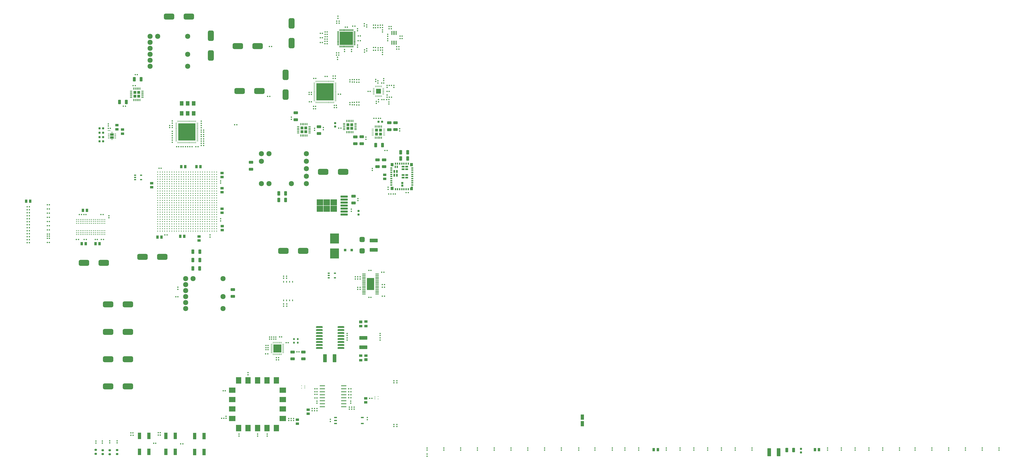
<source format=gbr>
%TF.GenerationSoftware,Altium Limited,Altium Designer,23.11.1 (41)*%
G04 Layer_Color=8421504*
%FSLAX45Y45*%
%MOMM*%
%TF.SameCoordinates,7FD3CD1C-FD77-48D0-A228-DECEEDF328D2*%
%TF.FilePolarity,Positive*%
%TF.FileFunction,Paste,Top*%
%TF.Part,Single*%
G01*
G75*
%TA.AperFunction,SMDPad,CuDef*%
G04:AMPARAMS|DCode=10|XSize=4.4mm|YSize=2.5mm|CornerRadius=0.625mm|HoleSize=0mm|Usage=FLASHONLY|Rotation=0.000|XOffset=0mm|YOffset=0mm|HoleType=Round|Shape=RoundedRectangle|*
%AMROUNDEDRECTD10*
21,1,4.40000,1.25000,0,0,0.0*
21,1,3.15000,2.50000,0,0,0.0*
1,1,1.25000,1.57500,-0.62500*
1,1,1.25000,-1.57500,-0.62500*
1,1,1.25000,-1.57500,0.62500*
1,1,1.25000,1.57500,0.62500*
%
%ADD10ROUNDEDRECTD10*%
G04:AMPARAMS|DCode=11|XSize=1.8034mm|YSize=1.1938mm|CornerRadius=0.20295mm|HoleSize=0mm|Usage=FLASHONLY|Rotation=90.000|XOffset=0mm|YOffset=0mm|HoleType=Round|Shape=RoundedRectangle|*
%AMROUNDEDRECTD11*
21,1,1.80340,0.78791,0,0,90.0*
21,1,1.39751,1.19380,0,0,90.0*
1,1,0.40589,0.39395,0.69875*
1,1,0.40589,0.39395,-0.69875*
1,1,0.40589,-0.39395,-0.69875*
1,1,0.40589,-0.39395,0.69875*
%
%ADD11ROUNDEDRECTD11*%
G04:AMPARAMS|DCode=12|XSize=0.508mm|YSize=0.508mm|CornerRadius=0.1524mm|HoleSize=0mm|Usage=FLASHONLY|Rotation=0.000|XOffset=0mm|YOffset=0mm|HoleType=Round|Shape=RoundedRectangle|*
%AMROUNDEDRECTD12*
21,1,0.50800,0.20320,0,0,0.0*
21,1,0.20320,0.50800,0,0,0.0*
1,1,0.30480,0.10160,-0.10160*
1,1,0.30480,-0.10160,-0.10160*
1,1,0.30480,-0.10160,0.10160*
1,1,0.30480,0.10160,0.10160*
%
%ADD12ROUNDEDRECTD12*%
G04:AMPARAMS|DCode=13|XSize=0.508mm|YSize=0.508mm|CornerRadius=0.1524mm|HoleSize=0mm|Usage=FLASHONLY|Rotation=270.000|XOffset=0mm|YOffset=0mm|HoleType=Round|Shape=RoundedRectangle|*
%AMROUNDEDRECTD13*
21,1,0.50800,0.20320,0,0,270.0*
21,1,0.20320,0.50800,0,0,270.0*
1,1,0.30480,-0.10160,-0.10160*
1,1,0.30480,-0.10160,0.10160*
1,1,0.30480,0.10160,0.10160*
1,1,0.30480,0.10160,-0.10160*
%
%ADD13ROUNDEDRECTD13*%
G04:AMPARAMS|DCode=14|XSize=1.8034mm|YSize=1.1938mm|CornerRadius=0.20295mm|HoleSize=0mm|Usage=FLASHONLY|Rotation=180.000|XOffset=0mm|YOffset=0mm|HoleType=Round|Shape=RoundedRectangle|*
%AMROUNDEDRECTD14*
21,1,1.80340,0.78791,0,0,180.0*
21,1,1.39751,1.19380,0,0,180.0*
1,1,0.40589,-0.69875,0.39395*
1,1,0.40589,0.69875,0.39395*
1,1,0.40589,0.69875,-0.39395*
1,1,0.40589,-0.69875,-0.39395*
%
%ADD14ROUNDEDRECTD14*%
G04:AMPARAMS|DCode=15|XSize=1mm|YSize=0.8mm|CornerRadius=0.2mm|HoleSize=0mm|Usage=FLASHONLY|Rotation=0.000|XOffset=0mm|YOffset=0mm|HoleType=Round|Shape=RoundedRectangle|*
%AMROUNDEDRECTD15*
21,1,1.00000,0.40000,0,0,0.0*
21,1,0.60000,0.80000,0,0,0.0*
1,1,0.40000,0.30000,-0.20000*
1,1,0.40000,-0.30000,-0.20000*
1,1,0.40000,-0.30000,0.20000*
1,1,0.40000,0.30000,0.20000*
%
%ADD15ROUNDEDRECTD15*%
G04:AMPARAMS|DCode=16|XSize=1.397mm|YSize=1.0922mm|CornerRadius=0.20206mm|HoleSize=0mm|Usage=FLASHONLY|Rotation=180.000|XOffset=0mm|YOffset=0mm|HoleType=Round|Shape=RoundedRectangle|*
%AMROUNDEDRECTD16*
21,1,1.39700,0.68809,0,0,180.0*
21,1,0.99289,1.09220,0,0,180.0*
1,1,0.40411,-0.49644,0.34404*
1,1,0.40411,0.49644,0.34404*
1,1,0.40411,0.49644,-0.34404*
1,1,0.40411,-0.49644,-0.34404*
%
%ADD16ROUNDEDRECTD16*%
G04:AMPARAMS|DCode=29|XSize=4.4mm|YSize=2.5mm|CornerRadius=0.625mm|HoleSize=0mm|Usage=FLASHONLY|Rotation=270.000|XOffset=0mm|YOffset=0mm|HoleType=Round|Shape=RoundedRectangle|*
%AMROUNDEDRECTD29*
21,1,4.40000,1.25000,0,0,270.0*
21,1,3.15000,2.50000,0,0,270.0*
1,1,1.25000,-0.62500,-1.57500*
1,1,1.25000,-0.62500,1.57500*
1,1,1.25000,0.62500,1.57500*
1,1,1.25000,0.62500,-1.57500*
%
%ADD29ROUNDEDRECTD29*%
%TA.AperFunction,BGAPad,CuDef*%
%ADD30C,2.15900*%
%TA.AperFunction,SMDPad,CuDef*%
G04:AMPARAMS|DCode=32|XSize=2.26mm|YSize=2.16mm|CornerRadius=0.54mm|HoleSize=0mm|Usage=FLASHONLY|Rotation=180.000|XOffset=0mm|YOffset=0mm|HoleType=Round|Shape=RoundedRectangle|*
%AMROUNDEDRECTD32*
21,1,2.26000,1.08000,0,0,180.0*
21,1,1.18000,2.16000,0,0,180.0*
1,1,1.08000,-0.59000,0.54000*
1,1,1.08000,0.59000,0.54000*
1,1,1.08000,0.59000,-0.54000*
1,1,1.08000,-0.59000,-0.54000*
%
%ADD32ROUNDEDRECTD32*%
G04:AMPARAMS|DCode=34|XSize=0.24mm|YSize=0.6mm|CornerRadius=0.0492mm|HoleSize=0mm|Usage=FLASHONLY|Rotation=90.000|XOffset=0mm|YOffset=0mm|HoleType=Round|Shape=RoundedRectangle|*
%AMROUNDEDRECTD34*
21,1,0.24000,0.50160,0,0,90.0*
21,1,0.14160,0.60000,0,0,90.0*
1,1,0.09840,0.25080,0.07080*
1,1,0.09840,0.25080,-0.07080*
1,1,0.09840,-0.25080,-0.07080*
1,1,0.09840,-0.25080,0.07080*
%
%ADD34ROUNDEDRECTD34*%
G04:AMPARAMS|DCode=36|XSize=0.889mm|YSize=0.8636mm|CornerRadius=0.15113mm|HoleSize=0mm|Usage=FLASHONLY|Rotation=0.000|XOffset=0mm|YOffset=0mm|HoleType=Round|Shape=RoundedRectangle|*
%AMROUNDEDRECTD36*
21,1,0.88900,0.56134,0,0,0.0*
21,1,0.58674,0.86360,0,0,0.0*
1,1,0.30226,0.29337,-0.28067*
1,1,0.30226,-0.29337,-0.28067*
1,1,0.30226,-0.29337,0.28067*
1,1,0.30226,0.29337,0.28067*
%
%ADD36ROUNDEDRECTD36*%
%ADD37R,0.30480X0.45720*%
G04:AMPARAMS|DCode=38|XSize=1.397mm|YSize=1.0922mm|CornerRadius=0.20206mm|HoleSize=0mm|Usage=FLASHONLY|Rotation=270.000|XOffset=0mm|YOffset=0mm|HoleType=Round|Shape=RoundedRectangle|*
%AMROUNDEDRECTD38*
21,1,1.39700,0.68809,0,0,270.0*
21,1,0.99289,1.09220,0,0,270.0*
1,1,0.40411,-0.34404,-0.49644*
1,1,0.40411,-0.34404,0.49644*
1,1,0.40411,0.34404,0.49644*
1,1,0.40411,0.34404,-0.49644*
%
%ADD38ROUNDEDRECTD38*%
%TA.AperFunction,BGAPad,CuDef*%
%ADD39C,0.45000*%
%TA.AperFunction,SMDPad,CuDef*%
%ADD40O,0.44999X0.45000*%
G04:AMPARAMS|DCode=41|XSize=0.4mm|YSize=0.7mm|CornerRadius=0.1mm|HoleSize=0mm|Usage=FLASHONLY|Rotation=180.000|XOffset=0mm|YOffset=0mm|HoleType=Round|Shape=RoundedRectangle|*
%AMROUNDEDRECTD41*
21,1,0.40000,0.50000,0,0,180.0*
21,1,0.20000,0.70000,0,0,180.0*
1,1,0.20000,-0.10000,0.25000*
1,1,0.20000,0.10000,0.25000*
1,1,0.20000,0.10000,-0.25000*
1,1,0.20000,-0.10000,-0.25000*
%
%ADD41ROUNDEDRECTD41*%
G04:AMPARAMS|DCode=45|XSize=0.889mm|YSize=0.8636mm|CornerRadius=0.15113mm|HoleSize=0mm|Usage=FLASHONLY|Rotation=90.000|XOffset=0mm|YOffset=0mm|HoleType=Round|Shape=RoundedRectangle|*
%AMROUNDEDRECTD45*
21,1,0.88900,0.56134,0,0,90.0*
21,1,0.58674,0.86360,0,0,90.0*
1,1,0.30226,0.28067,0.29337*
1,1,0.30226,0.28067,-0.29337*
1,1,0.30226,-0.28067,-0.29337*
1,1,0.30226,-0.28067,0.29337*
%
%ADD45ROUNDEDRECTD45*%
%ADD48O,0.80000X0.23000*%
%ADD49O,0.23000X0.80000*%
%ADD50R,7.40000X7.40000*%
%ADD51O,0.40000X1.80000*%
%ADD52R,7.40000X7.40000*%
%ADD53R,1.35000X2.20000*%
%ADD54R,2.10000X2.10000*%
%ADD55O,0.20000X0.80000*%
%ADD56O,0.80000X0.20000*%
%ADD57O,0.85000X0.28000*%
%ADD58R,5.60000X5.60000*%
%ADD59O,0.28000X0.85000*%
%ADD60O,1.60000X0.30000*%
%ADD62O,2.92100X0.76200*%
%ADD63R,1.40000X1.20000*%
%ADD64R,1.40000X1.00000*%
G04:AMPARAMS|DCode=70|XSize=3.4mm|YSize=3.4mm|CornerRadius=0mm|HoleSize=0mm|Usage=FLASHONLY|Rotation=180.000|XOffset=0mm|YOffset=0mm|HoleType=Round|Shape=RoundedRectangle|*
%AMROUNDEDRECTD70*
21,1,3.40000,3.40000,0,0,180.0*
21,1,3.40000,3.40000,0,0,180.0*
1,1,0.00000,-1.70000,1.70000*
1,1,0.00000,1.70000,1.70000*
1,1,0.00000,1.70000,-1.70000*
1,1,0.00000,-1.70000,-1.70000*
%
%ADD70ROUNDEDRECTD70*%
%ADD71R,0.25000X0.80000*%
%ADD72R,0.80000X0.25000*%
G04:AMPARAMS|DCode=75|XSize=3.06mm|YSize=0.89mm|CornerRadius=0.2225mm|HoleSize=0mm|Usage=FLASHONLY|Rotation=180.000|XOffset=0mm|YOffset=0mm|HoleType=Round|Shape=RoundedRectangle|*
%AMROUNDEDRECTD75*
21,1,3.06000,0.44500,0,0,180.0*
21,1,2.61500,0.89000,0,0,180.0*
1,1,0.44500,-1.30750,0.22250*
1,1,0.44500,1.30750,0.22250*
1,1,0.44500,1.30750,-0.22250*
1,1,0.44500,-1.30750,-0.22250*
%
%ADD75ROUNDEDRECTD75*%
%ADD79R,3.81000X4.24180*%
%TA.AperFunction,NonConductor*%
%ADD124R,3.09997X5.16001*%
%ADD211R,1.23998X1.47000*%
%ADD212R,1.28001X0.80000*%
%ADD213R,0.73000X1.28001*%
%ADD214R,0.85004X0.84999*%
%ADD215R,0.50002X1.03998*%
%ADD216R,1.29997X1.29997*%
%ADD217R,1.29997X1.30002*%
%ADD218R,1.30002X1.30002*%
%ADD219R,1.30002X1.29997*%
%ADD220R,2.71003X2.57500*%
%ADD221R,2.70998X2.57500*%
%TA.AperFunction,SMDPad,CuDef*%
%ADD222R,0.90000X0.55000*%
%ADD223R,0.55000X0.90000*%
G04:AMPARAMS|DCode=224|XSize=0.3mm|YSize=0.95mm|CornerRadius=0.0625mm|HoleSize=0mm|Usage=FLASHONLY|Rotation=90.000|XOffset=0mm|YOffset=0mm|HoleType=Round|Shape=RoundedRectangle|*
%AMROUNDEDRECTD224*
21,1,0.30000,0.82500,0,0,90.0*
21,1,0.17500,0.95000,0,0,90.0*
1,1,0.12499,0.41250,0.08750*
1,1,0.12499,0.41250,-0.08750*
1,1,0.12499,-0.41250,-0.08750*
1,1,0.12499,-0.41250,0.08750*
%
%ADD224ROUNDEDRECTD224*%
G04:AMPARAMS|DCode=225|XSize=0.3mm|YSize=0.95mm|CornerRadius=0.0625mm|HoleSize=0mm|Usage=FLASHONLY|Rotation=0.000|XOffset=0mm|YOffset=0mm|HoleType=Round|Shape=RoundedRectangle|*
%AMROUNDEDRECTD225*
21,1,0.30000,0.82500,0,0,0.0*
21,1,0.17500,0.95000,0,0,0.0*
1,1,0.12499,0.08750,-0.41250*
1,1,0.12499,-0.08750,-0.41250*
1,1,0.12499,-0.08750,0.41250*
1,1,0.12499,0.08750,0.41250*
%
%ADD225ROUNDEDRECTD225*%
%ADD226R,0.95000X0.50000*%
%ADD227R,1.50000X1.90000*%
G04:AMPARAMS|DCode=228|XSize=0.9mm|YSize=0.25mm|CornerRadius=0.05mm|HoleSize=0mm|Usage=FLASHONLY|Rotation=180.000|XOffset=0mm|YOffset=0mm|HoleType=Round|Shape=RoundedRectangle|*
%AMROUNDEDRECTD228*
21,1,0.90000,0.15000,0,0,180.0*
21,1,0.80000,0.25000,0,0,180.0*
1,1,0.10000,-0.40000,0.07500*
1,1,0.10000,0.40000,0.07500*
1,1,0.10000,0.40000,-0.07500*
1,1,0.10000,-0.40000,-0.07500*
%
%ADD228ROUNDEDRECTD228*%
G04:AMPARAMS|DCode=229|XSize=1.55mm|YSize=3.45mm|CornerRadius=0.175mm|HoleSize=0mm|Usage=FLASHONLY|Rotation=0.000|XOffset=0mm|YOffset=0mm|HoleType=Round|Shape=RoundedRectangle|*
%AMROUNDEDRECTD229*
21,1,1.55000,3.10000,0,0,0.0*
21,1,1.20000,3.45000,0,0,0.0*
1,1,0.35000,0.60000,-1.55000*
1,1,0.35000,-0.60000,-1.55000*
1,1,0.35000,-0.60000,1.55000*
1,1,0.35000,0.60000,1.55000*
%
%ADD229ROUNDEDRECTD229*%
%ADD230R,1.35000X2.70000*%
G04:AMPARAMS|DCode=231|XSize=0.25mm|YSize=0.4mm|CornerRadius=0.05mm|HoleSize=0mm|Usage=FLASHONLY|Rotation=90.000|XOffset=0mm|YOffset=0mm|HoleType=Round|Shape=RoundedRectangle|*
%AMROUNDEDRECTD231*
21,1,0.25000,0.30000,0,0,90.0*
21,1,0.15000,0.40000,0,0,90.0*
1,1,0.10000,0.15000,0.07500*
1,1,0.10000,0.15000,-0.07500*
1,1,0.10000,-0.15000,-0.07500*
1,1,0.10000,-0.15000,0.07500*
%
%ADD231ROUNDEDRECTD231*%
%ADD232R,2.25000X2.75000*%
%ADD233R,2.75000X2.25000*%
%ADD234R,1.28000X0.50000*%
G04:AMPARAMS|DCode=235|XSize=1.55mm|YSize=3.45mm|CornerRadius=0.175mm|HoleSize=0mm|Usage=FLASHONLY|Rotation=270.000|XOffset=0mm|YOffset=0mm|HoleType=Round|Shape=RoundedRectangle|*
%AMROUNDEDRECTD235*
21,1,1.55000,3.10000,0,0,270.0*
21,1,1.20000,3.45000,0,0,270.0*
1,1,0.35000,-1.55000,-0.60000*
1,1,0.35000,-1.55000,0.60000*
1,1,0.35000,1.55000,0.60000*
1,1,0.35000,1.55000,-0.60000*
%
%ADD235ROUNDEDRECTD235*%
G04:AMPARAMS|DCode=236|XSize=0.6mm|YSize=0.8mm|CornerRadius=0.1375mm|HoleSize=0mm|Usage=FLASHONLY|Rotation=180.000|XOffset=0mm|YOffset=0mm|HoleType=Round|Shape=RoundedRectangle|*
%AMROUNDEDRECTD236*
21,1,0.60000,0.52500,0,0,180.0*
21,1,0.32500,0.80000,0,0,180.0*
1,1,0.27500,-0.16250,0.26250*
1,1,0.27500,0.16250,0.26250*
1,1,0.27500,0.16250,-0.26250*
1,1,0.27500,-0.16250,-0.26250*
%
%ADD236ROUNDEDRECTD236*%
%ADD237R,2.19900X0.45900*%
G04:AMPARAMS|DCode=238|XSize=1.1mm|YSize=1.1mm|CornerRadius=0.13mm|HoleSize=0mm|Usage=FLASHONLY|Rotation=270.000|XOffset=0mm|YOffset=0mm|HoleType=Round|Shape=RoundedRectangle|*
%AMROUNDEDRECTD238*
21,1,1.10000,0.84000,0,0,270.0*
21,1,0.84000,1.10000,0,0,270.0*
1,1,0.26000,-0.42000,-0.42000*
1,1,0.26000,-0.42000,0.42000*
1,1,0.26000,0.42000,0.42000*
1,1,0.26000,0.42000,-0.42000*
%
%ADD238ROUNDEDRECTD238*%
G04:AMPARAMS|DCode=239|XSize=1.1mm|YSize=1.1mm|CornerRadius=0.25mm|HoleSize=0mm|Usage=FLASHONLY|Rotation=270.000|XOffset=0mm|YOffset=0mm|HoleType=Round|Shape=RoundedRectangle|*
%AMROUNDEDRECTD239*
21,1,1.10000,0.60000,0,0,270.0*
21,1,0.60000,1.10000,0,0,270.0*
1,1,0.50000,-0.30000,-0.30000*
1,1,0.50000,-0.30000,0.30000*
1,1,0.50000,0.30000,0.30000*
1,1,0.50000,0.30000,-0.30000*
%
%ADD239ROUNDEDRECTD239*%
G36*
X6856126Y13951799D02*
X6871121Y13951794D01*
X6871123Y13951794D01*
X6872118Y13951797D01*
X6873957Y13951039D01*
X6875365Y13949634D01*
X6876128Y13947797D01*
Y13946802D01*
X6876133Y13922807D01*
X6876133Y13922807D01*
X6876134Y13921809D01*
X6875372Y13919966D01*
X6873961Y13918555D01*
X6872118Y13917792D01*
X6871120Y13917793D01*
X6856120Y13917793D01*
X6856120Y13917795D01*
X6855125Y13917796D01*
X6853289Y13918562D01*
X6851883Y13919971D01*
X6851123Y13921809D01*
X6851123Y13922804D01*
X6851124Y13946799D01*
X6851124D01*
X6851124Y13947794D01*
X6851885Y13949631D01*
X6853293Y13951038D01*
X6855131Y13951799D01*
X6856126Y13951799D01*
D02*
G37*
G36*
X6806126D02*
X6821121Y13951794D01*
X6821123Y13951794D01*
X6822117Y13951797D01*
X6823957Y13951039D01*
X6825365Y13949634D01*
X6826127Y13947797D01*
Y13946802D01*
X6826133Y13922807D01*
X6826132Y13922807D01*
X6826134Y13921809D01*
X6825372Y13919966D01*
X6823961Y13918555D01*
X6822117Y13917792D01*
X6821120Y13917793D01*
X6806119Y13917793D01*
X6806120Y13917795D01*
X6805125Y13917796D01*
X6803288Y13918562D01*
X6801883Y13919971D01*
X6801123Y13921809D01*
X6801122Y13922804D01*
X6801124Y13946799D01*
X6801124D01*
X6801124Y13947794D01*
X6801885Y13949631D01*
X6803292Y13951038D01*
X6805131Y13951799D01*
X6806126Y13951799D01*
D02*
G37*
G36*
X6903614Y13897803D02*
X6905602Y13897803D01*
X6909277Y13896283D01*
X6912090Y13893472D01*
X6913613Y13889799D01*
X6913614Y13887811D01*
X6913617Y13801790D01*
X6913616Y13801790D01*
X6913615Y13799803D01*
X6912094Y13796132D01*
X6909284Y13793323D01*
X6905613Y13791800D01*
X6903626Y13791798D01*
X6773621Y13791794D01*
X6773620Y13791794D01*
X6771631Y13791795D01*
X6767956Y13793317D01*
X6765143Y13796130D01*
X6763621Y13799806D01*
X6763620Y13801794D01*
X6763617Y13887790D01*
Y13887788D01*
X6763615Y13889780D01*
X6765136Y13893462D01*
X6767952Y13896277D01*
X6771632Y13897800D01*
X6773623Y13897797D01*
X6903614Y13897803D01*
X6903614Y13897803D01*
D02*
G37*
G36*
X6903627Y13771799D02*
X6905616Y13771799D01*
X6909291Y13770276D01*
X6912104Y13767464D01*
X6913626Y13763788D01*
X6913627Y13761798D01*
X6913630Y13675803D01*
X6913630Y13675804D01*
X6913632Y13673813D01*
X6912111Y13670132D01*
X6909295Y13667316D01*
X6905615Y13665793D01*
X6903623Y13665796D01*
X6773633Y13665790D01*
X6773633Y13665791D01*
X6771645Y13665790D01*
X6767970Y13667310D01*
X6765157Y13670120D01*
X6763634Y13673795D01*
X6763633Y13675781D01*
X6763631Y13761803D01*
X6763631D01*
X6763632Y13763789D01*
X6765153Y13767461D01*
X6767963Y13770271D01*
X6771634Y13771793D01*
X6773621Y13771794D01*
X6903626Y13771799D01*
X6903627Y13771799D01*
D02*
G37*
G36*
X6856127Y13645799D02*
X6871128Y13645799D01*
X6871127Y13645798D01*
X6872122Y13645796D01*
X6873959Y13645030D01*
X6875364Y13643622D01*
X6876124Y13641783D01*
X6876125Y13640788D01*
X6876124Y13616795D01*
X6876123Y13616795D01*
X6876123Y13615800D01*
X6875362Y13613962D01*
X6873955Y13612555D01*
X6872116Y13611794D01*
X6871121Y13611794D01*
X6856126Y13611800D01*
X6856124Y13611800D01*
X6855130Y13611797D01*
X6853290Y13612553D01*
X6851882Y13613959D01*
X6851120Y13615797D01*
Y13616791D01*
X6851115Y13640787D01*
Y13640787D01*
X6851113Y13641783D01*
X6851875Y13643626D01*
X6853286Y13645038D01*
X6855130Y13645801D01*
X6856127Y13645799D01*
D02*
G37*
G36*
X6806127D02*
X6821128Y13645799D01*
X6821127Y13645798D01*
X6822122Y13645796D01*
X6823958Y13645030D01*
X6825364Y13643622D01*
X6826124Y13641783D01*
X6826124Y13640788D01*
X6826123Y13616795D01*
X6826122Y13616795D01*
X6826123Y13615800D01*
X6825362Y13613962D01*
X6823954Y13612555D01*
X6822116Y13611794D01*
X6821121Y13611794D01*
X6806126Y13611800D01*
X6806124Y13611800D01*
X6805129Y13611797D01*
X6803290Y13612553D01*
X6801882Y13613959D01*
X6801119Y13615797D01*
Y13616791D01*
X6801114Y13640787D01*
Y13640787D01*
X6801113Y13641783D01*
X6801875Y13643626D01*
X6803286Y13645038D01*
X6805129Y13645801D01*
X6806127Y13645799D01*
D02*
G37*
G36*
X19591190Y11485759D02*
X19467189D01*
Y11563759D01*
Y11573759D01*
X19519189Y11632759D01*
X19591190D01*
Y11485759D01*
D02*
G37*
G36*
X13994296Y4832196D02*
X13907297D01*
Y4919196D01*
X13994296D01*
Y4832196D01*
D02*
G37*
G36*
X13887296D02*
X13800296D01*
Y4919196D01*
X13887296D01*
Y4832196D01*
D02*
G37*
G36*
X13780296D02*
X13693295D01*
Y4919196D01*
X13780296D01*
Y4832196D01*
D02*
G37*
G36*
X13994296Y4725196D02*
X13907297D01*
Y4812196D01*
X13994296D01*
Y4725196D01*
D02*
G37*
G36*
X13887296D02*
X13800296D01*
Y4812196D01*
X13887296D01*
Y4725196D01*
D02*
G37*
G36*
X13780296D02*
X13693295D01*
Y4812196D01*
X13780296D01*
Y4725196D01*
D02*
G37*
G36*
X13994296Y4618196D02*
X13907297D01*
Y4705196D01*
X13994296D01*
Y4618196D01*
D02*
G37*
G36*
X13887296D02*
X13800296D01*
Y4705196D01*
X13887296D01*
Y4618196D01*
D02*
G37*
G36*
X13780296D02*
X13693295D01*
Y4705196D01*
X13780296D01*
Y4618196D01*
D02*
G37*
D10*
X6671655Y6637545D02*
D03*
X7511654D02*
D03*
Y4313445D02*
D03*
X6671655D02*
D03*
X7511654Y3157745D02*
D03*
X6671655D02*
D03*
X6677492Y5471809D02*
D03*
X7517490D02*
D03*
X12170631Y17595506D02*
D03*
X13010634D02*
D03*
X8968642Y8650370D02*
D03*
X8128639D02*
D03*
X6491401Y8401102D02*
D03*
X5651402D02*
D03*
X9260159Y18849026D02*
D03*
X10100157D02*
D03*
X14942821Y8905240D02*
D03*
X14102821D02*
D03*
X15788091Y12265363D02*
D03*
X16628094D02*
D03*
X12247427Y15687041D02*
D03*
X13087431D02*
D03*
D11*
X14195621Y11069602D02*
D03*
X13906061D02*
D03*
X8076450Y16193639D02*
D03*
X7786890D02*
D03*
X18303726Y13391927D02*
D03*
X18014166D02*
D03*
X10268381Y8876082D02*
D03*
X10557941D02*
D03*
X10265841Y8162342D02*
D03*
X10555401D02*
D03*
X10268381Y8520482D02*
D03*
X10557941D02*
D03*
X7446325Y15226576D02*
D03*
X7156765D02*
D03*
X14195621Y11344602D02*
D03*
X13906061D02*
D03*
X19362846Y12827292D02*
D03*
X19073286D02*
D03*
X19362846Y13091476D02*
D03*
X19073286D02*
D03*
X35716299Y458560D02*
D03*
X35426740D02*
D03*
D12*
X15419395Y14108057D02*
D03*
Y14019157D02*
D03*
X17244060Y18332449D02*
D03*
Y18243550D02*
D03*
X20186652Y285751D02*
D03*
Y196851D02*
D03*
X15793719Y14139453D02*
D03*
Y14050552D02*
D03*
X17259274Y11039232D02*
D03*
Y11128132D02*
D03*
X17872588Y12319709D02*
D03*
Y12408609D02*
D03*
X6684002Y14206944D02*
D03*
Y14295844D02*
D03*
X6707300Y10312451D02*
D03*
Y10401351D02*
D03*
X11439736Y11873282D02*
D03*
Y11784382D02*
D03*
X11441861Y10269272D02*
D03*
Y10180372D02*
D03*
X10991011Y9584648D02*
D03*
Y9495748D02*
D03*
X9630415Y7366452D02*
D03*
Y7277552D02*
D03*
X14442232Y14490471D02*
D03*
Y14579372D02*
D03*
X19032291Y14000880D02*
D03*
Y14089781D02*
D03*
X18538205Y11516309D02*
D03*
Y11605209D02*
D03*
X27298740Y543650D02*
D03*
Y454750D02*
D03*
X26612939Y543650D02*
D03*
Y454750D02*
D03*
X25876340Y543650D02*
D03*
Y454750D02*
D03*
X25165140Y543650D02*
D03*
Y454750D02*
D03*
X24453940Y543650D02*
D03*
Y454750D02*
D03*
X23742740Y543650D02*
D03*
Y454750D02*
D03*
X23031540Y543650D02*
D03*
Y454750D02*
D03*
X22320340Y543650D02*
D03*
Y454750D02*
D03*
X21609140Y543650D02*
D03*
Y454750D02*
D03*
X20897940Y543650D02*
D03*
Y454750D02*
D03*
X20186740Y543650D02*
D03*
Y454750D02*
D03*
X33951001Y543650D02*
D03*
Y454750D02*
D03*
X33239801Y543650D02*
D03*
Y454750D02*
D03*
X32655600Y543650D02*
D03*
Y454750D02*
D03*
X32071399Y543650D02*
D03*
Y454750D02*
D03*
X31487201Y543650D02*
D03*
Y454750D02*
D03*
X30903000Y543650D02*
D03*
Y454750D02*
D03*
X30321341Y543650D02*
D03*
Y454750D02*
D03*
X29152939Y543650D02*
D03*
Y454750D02*
D03*
X28568741Y543650D02*
D03*
Y454750D02*
D03*
X28035339Y543650D02*
D03*
Y454750D02*
D03*
X44418341D02*
D03*
Y543650D02*
D03*
X43707141Y454750D02*
D03*
Y543650D02*
D03*
X42995941Y454750D02*
D03*
Y543650D02*
D03*
X42284741Y454750D02*
D03*
Y543650D02*
D03*
X41573541Y454750D02*
D03*
Y543650D02*
D03*
X40862341Y454750D02*
D03*
Y543650D02*
D03*
X40201941Y454750D02*
D03*
Y543650D02*
D03*
X39490741Y454750D02*
D03*
Y543650D02*
D03*
X38906540Y454750D02*
D03*
Y543650D02*
D03*
X38322339Y454750D02*
D03*
Y543650D02*
D03*
X37740680Y454750D02*
D03*
Y543650D02*
D03*
X37156479Y454750D02*
D03*
Y543650D02*
D03*
X14237180Y7833589D02*
D03*
Y7744689D02*
D03*
X14107637Y6566129D02*
D03*
Y6655029D02*
D03*
Y7744494D02*
D03*
Y7833394D02*
D03*
X14242261Y6655223D02*
D03*
Y6566323D02*
D03*
X10718815Y13568269D02*
D03*
Y13657169D02*
D03*
Y13380309D02*
D03*
Y13469209D02*
D03*
X9286255Y14226129D02*
D03*
Y14137228D02*
D03*
X10619755Y13944189D02*
D03*
Y14033089D02*
D03*
X10721355Y13944189D02*
D03*
Y14033089D02*
D03*
X10619755Y13756229D02*
D03*
Y13845129D02*
D03*
X10721355Y13756229D02*
D03*
Y13845129D02*
D03*
X10619755Y13380309D02*
D03*
Y13469209D02*
D03*
Y13568269D02*
D03*
Y13657169D02*
D03*
X9390395Y14228642D02*
D03*
Y14139743D02*
D03*
X10622295Y14411549D02*
D03*
Y14322649D02*
D03*
X10619755Y14223563D02*
D03*
Y14134663D02*
D03*
X9390395Y13514929D02*
D03*
Y13603828D02*
D03*
Y13702888D02*
D03*
Y13791789D02*
D03*
X9391665Y14416629D02*
D03*
Y14327728D02*
D03*
X9390395Y13890849D02*
D03*
Y13979749D02*
D03*
X17242899Y17552670D02*
D03*
Y17641570D02*
D03*
X18524220Y18098770D02*
D03*
Y18009869D02*
D03*
X18524219Y17821910D02*
D03*
Y17910809D02*
D03*
X18008575Y16094710D02*
D03*
Y16183611D02*
D03*
X18033975Y15253970D02*
D03*
Y15165070D02*
D03*
X18107660Y16029877D02*
D03*
Y16118776D02*
D03*
X18133060Y15236189D02*
D03*
Y15325090D02*
D03*
X15289992Y15543530D02*
D03*
Y15632430D02*
D03*
X15190907Y15543530D02*
D03*
Y15632430D02*
D03*
X16695421Y17366248D02*
D03*
Y17455147D02*
D03*
X16990764Y17366248D02*
D03*
Y17455147D02*
D03*
X18353897Y16128961D02*
D03*
Y16217860D02*
D03*
X18492561Y15839729D02*
D03*
Y15928629D02*
D03*
X18779633Y15927342D02*
D03*
Y15838441D02*
D03*
X18492561Y15519402D02*
D03*
Y15430501D02*
D03*
X18569940Y15226518D02*
D03*
Y15137617D02*
D03*
X16919130Y15202592D02*
D03*
Y15113693D02*
D03*
X16918608Y16166103D02*
D03*
Y16077202D02*
D03*
X18301028Y17331052D02*
D03*
Y17242151D02*
D03*
X18301065Y18284982D02*
D03*
Y18196082D02*
D03*
X17634171Y17393631D02*
D03*
Y17482532D02*
D03*
X17534909Y17343634D02*
D03*
Y17432533D02*
D03*
X18108998Y18384303D02*
D03*
Y18473203D02*
D03*
X18114848Y17429123D02*
D03*
Y17518024D02*
D03*
X17631630Y18492834D02*
D03*
Y18403935D02*
D03*
X17532368Y18542838D02*
D03*
Y18453937D02*
D03*
X16397842Y17028711D02*
D03*
Y17117612D02*
D03*
X16411322Y18861591D02*
D03*
Y18772690D02*
D03*
X16364984Y18655009D02*
D03*
Y18566110D02*
D03*
X16464983Y18655009D02*
D03*
Y18566110D02*
D03*
X16449092Y17218239D02*
D03*
Y17307140D02*
D03*
X16350006Y17218239D02*
D03*
Y17307140D02*
D03*
X17145000Y7804150D02*
D03*
Y7715250D02*
D03*
X17246600Y7804150D02*
D03*
Y7715250D02*
D03*
X17348199D02*
D03*
Y7804150D02*
D03*
Y7359650D02*
D03*
Y7270750D02*
D03*
X17246600Y7359650D02*
D03*
Y7270750D02*
D03*
X18199100Y5403850D02*
D03*
Y5314950D02*
D03*
X18199101Y5124450D02*
D03*
Y5213350D02*
D03*
X12217400Y1047750D02*
D03*
Y1136650D02*
D03*
X13004800Y1047750D02*
D03*
Y1136650D02*
D03*
X12598400Y3740150D02*
D03*
Y3651250D02*
D03*
X11671300Y1892300D02*
D03*
Y1803400D02*
D03*
X14528799Y1708150D02*
D03*
Y1797050D02*
D03*
X14427200D02*
D03*
Y1708150D02*
D03*
X14325600D02*
D03*
Y1797050D02*
D03*
X15417799Y2127250D02*
D03*
Y2216150D02*
D03*
X15519400D02*
D03*
Y2127250D02*
D03*
X15316200D02*
D03*
Y2216150D02*
D03*
X17653000Y1835150D02*
D03*
Y1746250D02*
D03*
X17094200Y2190750D02*
D03*
Y2279650D02*
D03*
X16992599Y2190750D02*
D03*
Y2279650D02*
D03*
X16090900Y1758950D02*
D03*
Y1670050D02*
D03*
X16891000Y2279650D02*
D03*
Y2190750D02*
D03*
X18910300Y3397250D02*
D03*
Y3308350D02*
D03*
X18783299D02*
D03*
Y3397250D02*
D03*
X15519400Y2444750D02*
D03*
Y2533650D02*
D03*
X13411200Y1047750D02*
D03*
Y1136650D02*
D03*
X16954500Y2444750D02*
D03*
Y2533650D02*
D03*
X18783299Y1454150D02*
D03*
Y1543050D02*
D03*
X18910300D02*
D03*
Y1454150D02*
D03*
X13690601Y5251450D02*
D03*
Y5162550D02*
D03*
X13601701D02*
D03*
Y5251450D02*
D03*
X13779501Y5162550D02*
D03*
Y5251450D02*
D03*
X13512801D02*
D03*
Y5162550D02*
D03*
X13804900Y4375150D02*
D03*
Y4286250D02*
D03*
X13893799D02*
D03*
Y4375150D02*
D03*
X16802100Y5124450D02*
D03*
Y5213350D02*
D03*
X16802101Y5403850D02*
D03*
Y5314950D02*
D03*
X17601167Y13732455D02*
D03*
Y13643556D02*
D03*
X16979900Y10674349D02*
D03*
Y10585449D02*
D03*
X6744542Y760811D02*
D03*
Y849711D02*
D03*
X7060071Y759765D02*
D03*
Y848665D02*
D03*
X6159467Y751464D02*
D03*
Y840364D02*
D03*
X6428508Y754169D02*
D03*
Y843069D02*
D03*
D13*
X16722090Y18399760D02*
D03*
X16810989D02*
D03*
X17039590Y18441919D02*
D03*
X17128490D02*
D03*
X7912389Y16383437D02*
D03*
X7823489D02*
D03*
X18490936Y13166417D02*
D03*
X18402037D02*
D03*
X13347701Y4536283D02*
D03*
X13436600D02*
D03*
X6772684Y14107858D02*
D03*
X6683784D02*
D03*
X6370752Y10445804D02*
D03*
X6459652D02*
D03*
X5418252Y9391701D02*
D03*
X5329352D02*
D03*
X6129452Y9391704D02*
D03*
X6218352D02*
D03*
X6478701Y9391705D02*
D03*
X6389801D02*
D03*
X5659550Y9391701D02*
D03*
X5748450D02*
D03*
X3335450Y9760001D02*
D03*
X3246550D02*
D03*
X3335450Y9887001D02*
D03*
X3246550D02*
D03*
X3335450Y9379001D02*
D03*
X3246550D02*
D03*
X3335450Y9252001D02*
D03*
X3246550D02*
D03*
X3335450Y9633001D02*
D03*
X3246550D02*
D03*
X3246551Y9506002D02*
D03*
X3335451D02*
D03*
X3335450Y10268001D02*
D03*
X3246550D02*
D03*
X3335450Y10522001D02*
D03*
X3246550D02*
D03*
Y10395001D02*
D03*
X3335450D02*
D03*
Y10776001D02*
D03*
X3246550D02*
D03*
X3335450Y10649001D02*
D03*
X3246550D02*
D03*
X3335450Y10141001D02*
D03*
X3246550D02*
D03*
X3335450Y10014001D02*
D03*
X3246550D02*
D03*
X4186350Y9531401D02*
D03*
X4097450D02*
D03*
X4186350Y9798101D02*
D03*
X4097450D02*
D03*
X4186350Y9975901D02*
D03*
X4097450D02*
D03*
X4186350Y9442501D02*
D03*
X4097450D02*
D03*
Y10153701D02*
D03*
X4186350D02*
D03*
Y10509301D02*
D03*
X4097450D02*
D03*
X4186350Y9264701D02*
D03*
X4097450D02*
D03*
X4188282Y10864944D02*
D03*
X4099382D02*
D03*
X4097450Y10687101D02*
D03*
X4186350D02*
D03*
X4097450Y10331501D02*
D03*
X4186350D02*
D03*
Y9620301D02*
D03*
X4097450D02*
D03*
X5456352Y10445804D02*
D03*
X5545252D02*
D03*
X5646850D02*
D03*
X5735750D02*
D03*
X8920911Y12416842D02*
D03*
X8832011D02*
D03*
X9081926Y9584527D02*
D03*
X9170826D02*
D03*
X9630415Y6958782D02*
D03*
X9541515D02*
D03*
X9665985Y13330779D02*
D03*
X9577085D02*
D03*
X7410348Y15044241D02*
D03*
X7321448D02*
D03*
X12127230Y14257021D02*
D03*
X12038330D02*
D03*
X18027386Y14528897D02*
D03*
X17938487D02*
D03*
X18217886D02*
D03*
X18128987D02*
D03*
X18653638Y11322759D02*
D03*
X18564738D02*
D03*
X18844138D02*
D03*
X18755238D02*
D03*
X19300287Y11377369D02*
D03*
X19389188D02*
D03*
X8799281Y1091071D02*
D03*
X8888181D02*
D03*
X8799281Y1192668D02*
D03*
X8888181D02*
D03*
X7641041Y1085991D02*
D03*
X7729941D02*
D03*
X7638501Y1187588D02*
D03*
X7727401D02*
D03*
X8603701Y743091D02*
D03*
X8692601D02*
D03*
X9749241Y725311D02*
D03*
X9838141D02*
D03*
X10481325Y13330779D02*
D03*
X10392425D02*
D03*
X10141041D02*
D03*
X10229941D02*
D03*
X9765071D02*
D03*
X9853971D02*
D03*
X10041956D02*
D03*
X9953056D02*
D03*
X17362170Y18023840D02*
D03*
X17273270D02*
D03*
X17359630Y17820641D02*
D03*
X17270731D02*
D03*
X18667731Y18428902D02*
D03*
X18578830D02*
D03*
X18581371Y18329816D02*
D03*
X18670270D02*
D03*
X18903951Y17470119D02*
D03*
X18992850D02*
D03*
X19131915Y18018784D02*
D03*
X19043016D02*
D03*
X19132550Y17919699D02*
D03*
X19043649D02*
D03*
X18992850Y17569180D02*
D03*
X18903951D02*
D03*
X18581461Y15674339D02*
D03*
X18492561D02*
D03*
X17776190D02*
D03*
X17687289D02*
D03*
X16429265Y15557574D02*
D03*
X16518166D02*
D03*
X15289992Y15234920D02*
D03*
X15201093D02*
D03*
X16347440Y15082520D02*
D03*
X16258540D02*
D03*
X16348711Y14983435D02*
D03*
X16259810D02*
D03*
X16300450Y16321063D02*
D03*
X16211549D02*
D03*
X15867767Y16304691D02*
D03*
X15956668D02*
D03*
X16297910Y16221979D02*
D03*
X16209010D02*
D03*
X13434566Y15458440D02*
D03*
X13523465D02*
D03*
X15383510Y16221979D02*
D03*
X15472411D02*
D03*
X15375890Y15035205D02*
D03*
X15464790D02*
D03*
X15375890Y14936119D02*
D03*
X15464790D02*
D03*
X18263327Y16029877D02*
D03*
X18352226D02*
D03*
X18591647Y15927342D02*
D03*
X18680547D02*
D03*
X18591647Y15430501D02*
D03*
X18680547D02*
D03*
X18481039Y15325604D02*
D03*
X18569940D02*
D03*
X18274757D02*
D03*
X18363657D02*
D03*
X17211148Y15214046D02*
D03*
X17300047D02*
D03*
X17211148Y15101166D02*
D03*
X17300047D02*
D03*
X17018214Y15207146D02*
D03*
X17107115D02*
D03*
X17018214Y15108061D02*
D03*
X17107115D02*
D03*
X17211981Y16175023D02*
D03*
X17300880D02*
D03*
X17210632Y16062140D02*
D03*
X17299532D02*
D03*
X17017693Y16071655D02*
D03*
X17106593D02*
D03*
X17017693Y16170741D02*
D03*
X17106593D02*
D03*
X17916064Y18488445D02*
D03*
X18004965D02*
D03*
X17916064Y18375415D02*
D03*
X18004965D02*
D03*
X18208084Y18384067D02*
D03*
X18296983D02*
D03*
X18208084Y18483363D02*
D03*
X18296983D02*
D03*
X15865662Y17895798D02*
D03*
X15954561D02*
D03*
X15865057Y17697626D02*
D03*
X15953957D02*
D03*
X15866280Y17994882D02*
D03*
X15955179D02*
D03*
X15865057Y17796712D02*
D03*
X15953957D02*
D03*
X15866895Y18093968D02*
D03*
X15955795D02*
D03*
X15866280Y18193053D02*
D03*
X15955179D02*
D03*
X17918607Y17532004D02*
D03*
X18007506D02*
D03*
X18213933Y17529222D02*
D03*
X18302834D02*
D03*
X17918605Y17419031D02*
D03*
X18007504D02*
D03*
X18214703Y17430136D02*
D03*
X18303604D02*
D03*
X15666457Y18139200D02*
D03*
X15755356D02*
D03*
X15665839Y17946913D02*
D03*
X15754738D02*
D03*
X15664616Y17745081D02*
D03*
X15753516D02*
D03*
X7824675Y15921773D02*
D03*
X7735775D02*
D03*
X18383250Y7366000D02*
D03*
X18294350D02*
D03*
Y7480300D02*
D03*
X18383250D02*
D03*
X17722850Y8077200D02*
D03*
X17811749D02*
D03*
X18357851Y8001000D02*
D03*
X18268950D02*
D03*
X18383250Y6985000D02*
D03*
X18294350D02*
D03*
X17722850Y6934200D02*
D03*
X17811749D02*
D03*
X11487150Y1803400D02*
D03*
X11576050D02*
D03*
X17849850Y2654300D02*
D03*
X17760950D02*
D03*
X15436850Y3060700D02*
D03*
X15525751D02*
D03*
X15436850Y2933700D02*
D03*
X15525751D02*
D03*
X15436850Y2819400D02*
D03*
X15525751D02*
D03*
X15436850Y2667000D02*
D03*
X15525751D02*
D03*
X16871950Y3060700D02*
D03*
X16960851D02*
D03*
X16871950Y2933700D02*
D03*
X16960851D02*
D03*
X16871950Y2806700D02*
D03*
X16960851D02*
D03*
X16871950Y2679700D02*
D03*
X16960851D02*
D03*
X14674849Y4622800D02*
D03*
X14763750D02*
D03*
X14027150Y5257799D02*
D03*
X13938251D02*
D03*
X13451840Y4806196D02*
D03*
X13362939D02*
D03*
Y4895096D02*
D03*
X13451840D02*
D03*
X14306551Y5016499D02*
D03*
X14217650D02*
D03*
X13362939Y4717296D02*
D03*
X13451840D02*
D03*
X16538608Y14118062D02*
D03*
X16449709D02*
D03*
X11639550Y2971800D02*
D03*
X11550650D02*
D03*
X13601184Y17577727D02*
D03*
X13512283D02*
D03*
D14*
X18586470Y14050970D02*
D03*
Y14340530D02*
D03*
X18850655Y14053535D02*
D03*
Y14343095D02*
D03*
X11962161Y7268662D02*
D03*
Y6979102D02*
D03*
X12725840Y12664381D02*
D03*
Y12374821D02*
D03*
X15609621Y14173387D02*
D03*
Y13883827D02*
D03*
X18367888Y12483114D02*
D03*
Y12772674D02*
D03*
X18089621Y12483513D02*
D03*
Y12773073D02*
D03*
X14623866Y14764790D02*
D03*
Y14475230D02*
D03*
X14947900Y4615180D02*
D03*
Y4325620D02*
D03*
X14490701Y4615180D02*
D03*
Y4325620D02*
D03*
X17417377Y13458134D02*
D03*
Y13747694D02*
D03*
X17151529Y13457388D02*
D03*
Y13746948D02*
D03*
X17069296Y10939219D02*
D03*
Y11228779D02*
D03*
D15*
X7060524Y454965D02*
D03*
Y289966D02*
D03*
X6745102Y447131D02*
D03*
Y282133D02*
D03*
X6443745Y454398D02*
D03*
Y289399D02*
D03*
X6149304Y463491D02*
D03*
Y298493D02*
D03*
D16*
X7282823Y14059598D02*
D03*
Y13879259D02*
D03*
X18393288Y12131749D02*
D03*
Y11961569D02*
D03*
X7049117Y14068463D02*
D03*
Y14238643D02*
D03*
X8520695Y11610392D02*
D03*
Y11780572D02*
D03*
X11504506Y11394492D02*
D03*
Y11564672D02*
D03*
X11505361Y10698532D02*
D03*
Y10528352D02*
D03*
X11510441Y9786672D02*
D03*
Y9956852D02*
D03*
X10525100Y9520771D02*
D03*
Y9350591D02*
D03*
X11504506Y12042192D02*
D03*
Y12212372D02*
D03*
X14693900Y1578610D02*
D03*
Y1748790D02*
D03*
X15151100Y1997710D02*
D03*
Y2167890D02*
D03*
X17589500Y2480310D02*
D03*
Y2650490D02*
D03*
D29*
X14193103Y15534641D02*
D03*
Y16374643D02*
D03*
X11028225Y18033324D02*
D03*
Y17193326D02*
D03*
X14451707Y18560707D02*
D03*
Y17720709D02*
D03*
D30*
X11545601Y6463482D02*
D03*
Y6971482D02*
D03*
Y7733482D02*
D03*
X9958101Y6463482D02*
D03*
Y6971482D02*
D03*
Y6717482D02*
D03*
Y7479482D02*
D03*
Y7225482D02*
D03*
X10275601Y7733482D02*
D03*
X9958101D02*
D03*
X10041086Y16742072D02*
D03*
Y17250072D02*
D03*
Y18012071D02*
D03*
X8453586Y16742072D02*
D03*
Y17250072D02*
D03*
Y16996071D02*
D03*
Y17758070D02*
D03*
Y17504071D02*
D03*
X8771086Y18012071D02*
D03*
X8453586D02*
D03*
X14443341Y11759600D02*
D03*
X13490842D02*
D03*
X15078342Y12077100D02*
D03*
Y11759600D02*
D03*
Y12712100D02*
D03*
X13490842Y13029601D02*
D03*
X15078342Y12394600D02*
D03*
Y13029601D02*
D03*
X13173341Y11759600D02*
D03*
Y12712100D02*
D03*
Y13029601D02*
D03*
D32*
X17440002Y8904998D02*
D03*
Y9394999D02*
D03*
D34*
X6698623Y13881798D02*
D03*
Y13831795D02*
D03*
Y13781798D02*
D03*
Y13731795D02*
D03*
Y13681798D02*
D03*
X6978622Y13881798D02*
D03*
Y13831795D02*
D03*
Y13781798D02*
D03*
Y13731795D02*
D03*
Y13681798D02*
D03*
D36*
X6460095Y13557039D02*
D03*
X6310235D02*
D03*
X6461365Y13736465D02*
D03*
X6311505D02*
D03*
X6460095Y13922189D02*
D03*
X6310235D02*
D03*
X6460095Y14104765D02*
D03*
X6310235D02*
D03*
X18280116Y14388066D02*
D03*
X18130257D02*
D03*
D37*
X6683784Y14013853D02*
D03*
X6739664D02*
D03*
D38*
X5555410Y9213901D02*
D03*
X5725590D02*
D03*
X6139612Y9213904D02*
D03*
X6309792D02*
D03*
X3205910Y11017301D02*
D03*
X3376090D02*
D03*
X5606210Y10623601D02*
D03*
X5776390D02*
D03*
X9728631Y9523782D02*
D03*
X9898811D02*
D03*
X8763431Y9490762D02*
D03*
X8933611D02*
D03*
X10419511Y12482882D02*
D03*
X10589691D02*
D03*
X9945748Y12483363D02*
D03*
X9775568D02*
D03*
X29786670Y473800D02*
D03*
X29967010D02*
D03*
X36621811Y478880D02*
D03*
X36791989D02*
D03*
D39*
X6535002Y10160005D02*
D03*
Y10080000D02*
D03*
Y9760001D02*
D03*
X6455002Y9680001D02*
D03*
X6375002Y10160005D02*
D03*
Y10080000D02*
D03*
Y9680001D02*
D03*
X6215002Y10080000D02*
D03*
X6135002Y10160005D02*
D03*
Y9680001D02*
D03*
X6055003Y10160005D02*
D03*
X5975003Y10080000D02*
D03*
Y9760001D02*
D03*
Y9680001D02*
D03*
X5334999Y9600001D02*
D03*
Y9680001D02*
D03*
Y9760001D02*
D03*
Y10080000D02*
D03*
Y10160005D02*
D03*
Y10240005D02*
D03*
X5414999Y9600001D02*
D03*
Y9680001D02*
D03*
Y9760001D02*
D03*
Y10080000D02*
D03*
Y10160005D02*
D03*
Y10240005D02*
D03*
X5494999Y9600001D02*
D03*
Y9680001D02*
D03*
Y9760001D02*
D03*
Y10080000D02*
D03*
Y10160005D02*
D03*
Y10240005D02*
D03*
X5574999Y9600001D02*
D03*
Y9680001D02*
D03*
Y9760001D02*
D03*
Y10080000D02*
D03*
Y10160005D02*
D03*
Y10240005D02*
D03*
X5654998Y9600001D02*
D03*
Y9680001D02*
D03*
Y9760001D02*
D03*
Y10080000D02*
D03*
Y10160005D02*
D03*
Y10240005D02*
D03*
X5734998Y9600001D02*
D03*
Y9680001D02*
D03*
Y9760001D02*
D03*
Y10080000D02*
D03*
Y10160005D02*
D03*
Y10240005D02*
D03*
X5814998Y9600001D02*
D03*
Y9680001D02*
D03*
Y9760001D02*
D03*
Y10080000D02*
D03*
Y10160005D02*
D03*
Y10240005D02*
D03*
X5895003Y9600001D02*
D03*
Y9680001D02*
D03*
Y9760001D02*
D03*
Y10080000D02*
D03*
Y10160005D02*
D03*
Y10240005D02*
D03*
X5975003Y9600001D02*
D03*
Y10160005D02*
D03*
Y10240005D02*
D03*
X6055003Y9600001D02*
D03*
Y9680001D02*
D03*
Y9760001D02*
D03*
Y10080000D02*
D03*
Y10240005D02*
D03*
X6135002Y9600001D02*
D03*
Y9760001D02*
D03*
Y10080000D02*
D03*
Y10240005D02*
D03*
X6215002Y9600001D02*
D03*
Y9680001D02*
D03*
Y9760001D02*
D03*
Y10160005D02*
D03*
Y10240005D02*
D03*
X6295002Y9600001D02*
D03*
Y9680001D02*
D03*
Y9760001D02*
D03*
Y10080000D02*
D03*
Y10160005D02*
D03*
Y10240005D02*
D03*
X6375002Y9600001D02*
D03*
Y9760001D02*
D03*
Y10240005D02*
D03*
X6455002Y9600001D02*
D03*
Y9760001D02*
D03*
Y10080000D02*
D03*
Y10160005D02*
D03*
Y10240005D02*
D03*
X6535002Y9600001D02*
D03*
Y9680001D02*
D03*
Y10240005D02*
D03*
X8775100Y12250002D02*
D03*
Y12150002D02*
D03*
Y11950003D02*
D03*
Y12050003D02*
D03*
Y11850003D02*
D03*
Y11750003D02*
D03*
Y11550004D02*
D03*
Y11450004D02*
D03*
Y11350004D02*
D03*
Y11150004D02*
D03*
Y11250004D02*
D03*
Y11650003D02*
D03*
Y10950005D02*
D03*
Y10850005D02*
D03*
Y10750005D02*
D03*
Y10650005D02*
D03*
Y10450006D02*
D03*
Y9950007D02*
D03*
Y10150006D02*
D03*
Y10250006D02*
D03*
Y10350006D02*
D03*
Y9850007D02*
D03*
Y9750002D02*
D03*
X8875100Y12250002D02*
D03*
Y12150002D02*
D03*
Y12050003D02*
D03*
Y11950003D02*
D03*
Y11850003D02*
D03*
Y11750003D02*
D03*
Y11650003D02*
D03*
Y11550004D02*
D03*
Y11450004D02*
D03*
Y11350004D02*
D03*
Y11250004D02*
D03*
Y11150004D02*
D03*
Y11050005D02*
D03*
Y10950005D02*
D03*
Y10850005D02*
D03*
Y10750005D02*
D03*
Y10650005D02*
D03*
Y10550006D02*
D03*
Y10450006D02*
D03*
Y10350006D02*
D03*
Y10250006D02*
D03*
Y10150006D02*
D03*
Y9950007D02*
D03*
Y9850007D02*
D03*
Y9750002D02*
D03*
X8975100Y12250002D02*
D03*
Y12150002D02*
D03*
Y12050003D02*
D03*
Y11950003D02*
D03*
Y11850003D02*
D03*
Y11750003D02*
D03*
Y11650003D02*
D03*
Y11550004D02*
D03*
Y11450004D02*
D03*
Y11350004D02*
D03*
Y11250004D02*
D03*
Y11150004D02*
D03*
Y11050005D02*
D03*
Y10950005D02*
D03*
Y10850005D02*
D03*
Y10750005D02*
D03*
Y10650005D02*
D03*
Y10450006D02*
D03*
Y10350006D02*
D03*
Y10250006D02*
D03*
Y10150006D02*
D03*
Y10050007D02*
D03*
Y9950007D02*
D03*
Y9850007D02*
D03*
Y9750002D02*
D03*
X9075100Y12250002D02*
D03*
Y12150002D02*
D03*
Y12050003D02*
D03*
Y11950003D02*
D03*
Y11850003D02*
D03*
Y11750003D02*
D03*
Y11650003D02*
D03*
Y11550004D02*
D03*
Y11450004D02*
D03*
Y11350004D02*
D03*
Y11250004D02*
D03*
Y11150004D02*
D03*
Y11050005D02*
D03*
Y10950005D02*
D03*
Y10850005D02*
D03*
Y10750005D02*
D03*
Y10650005D02*
D03*
Y10550006D02*
D03*
Y10450006D02*
D03*
Y10350006D02*
D03*
Y10250006D02*
D03*
Y10150006D02*
D03*
Y10050007D02*
D03*
Y9950007D02*
D03*
Y9850007D02*
D03*
Y9750002D02*
D03*
X9175100Y12250002D02*
D03*
Y12150002D02*
D03*
Y12050003D02*
D03*
Y11950003D02*
D03*
Y11850003D02*
D03*
Y11750003D02*
D03*
Y11650003D02*
D03*
Y11550004D02*
D03*
Y11450004D02*
D03*
Y11350004D02*
D03*
Y11250004D02*
D03*
Y11150004D02*
D03*
Y11050005D02*
D03*
Y10950005D02*
D03*
Y10850005D02*
D03*
Y10750005D02*
D03*
Y10650005D02*
D03*
Y10550006D02*
D03*
Y10450006D02*
D03*
Y10350006D02*
D03*
Y10250006D02*
D03*
Y10150006D02*
D03*
Y10050007D02*
D03*
Y9950007D02*
D03*
Y9850007D02*
D03*
Y9750002D02*
D03*
X9275099Y12250002D02*
D03*
Y12150002D02*
D03*
Y12050003D02*
D03*
Y11950003D02*
D03*
Y11850003D02*
D03*
Y11750003D02*
D03*
Y11650003D02*
D03*
Y11550004D02*
D03*
Y11450004D02*
D03*
Y11350004D02*
D03*
Y11250004D02*
D03*
Y11150004D02*
D03*
Y11050005D02*
D03*
Y10950005D02*
D03*
Y10850005D02*
D03*
Y10750005D02*
D03*
Y10650005D02*
D03*
Y10550006D02*
D03*
Y10450006D02*
D03*
Y10350006D02*
D03*
Y10250006D02*
D03*
Y10150006D02*
D03*
Y10050007D02*
D03*
Y9950007D02*
D03*
Y9850007D02*
D03*
Y9750002D02*
D03*
X9375099Y12250002D02*
D03*
Y12150002D02*
D03*
Y12050003D02*
D03*
Y11950003D02*
D03*
Y11850003D02*
D03*
Y11750003D02*
D03*
Y11650003D02*
D03*
Y11550004D02*
D03*
Y11450004D02*
D03*
Y11350004D02*
D03*
Y11250004D02*
D03*
Y11150004D02*
D03*
Y11050005D02*
D03*
Y10950005D02*
D03*
Y10850005D02*
D03*
Y10750005D02*
D03*
Y10650005D02*
D03*
Y10550006D02*
D03*
Y10450006D02*
D03*
Y10350006D02*
D03*
Y10250006D02*
D03*
Y10150006D02*
D03*
Y10050007D02*
D03*
Y9950007D02*
D03*
Y9850007D02*
D03*
Y9750002D02*
D03*
X9475099Y12250002D02*
D03*
Y12150002D02*
D03*
Y12050003D02*
D03*
Y11950003D02*
D03*
Y11850003D02*
D03*
Y11750003D02*
D03*
Y11650003D02*
D03*
Y11550004D02*
D03*
Y11450004D02*
D03*
Y11350004D02*
D03*
Y11250004D02*
D03*
Y11150004D02*
D03*
Y11050005D02*
D03*
Y10950005D02*
D03*
Y10850005D02*
D03*
Y10750005D02*
D03*
Y10650005D02*
D03*
Y10550006D02*
D03*
Y10450006D02*
D03*
Y10350006D02*
D03*
Y10250006D02*
D03*
Y10150006D02*
D03*
Y10050007D02*
D03*
Y9950007D02*
D03*
Y9850007D02*
D03*
Y9750002D02*
D03*
X9575099Y12250002D02*
D03*
Y12150002D02*
D03*
Y12050003D02*
D03*
Y11950003D02*
D03*
Y11850003D02*
D03*
Y11750003D02*
D03*
Y11650003D02*
D03*
Y11550004D02*
D03*
Y11450004D02*
D03*
Y11350004D02*
D03*
Y11250004D02*
D03*
Y11150004D02*
D03*
Y11050005D02*
D03*
Y10950005D02*
D03*
Y10850005D02*
D03*
Y10750005D02*
D03*
Y10650005D02*
D03*
Y10550006D02*
D03*
Y10450006D02*
D03*
Y10350006D02*
D03*
Y10250006D02*
D03*
Y10150006D02*
D03*
Y10050007D02*
D03*
Y9950007D02*
D03*
Y9850007D02*
D03*
Y9750002D02*
D03*
X9675099Y12250002D02*
D03*
Y12150002D02*
D03*
Y12050003D02*
D03*
Y11950003D02*
D03*
Y11850003D02*
D03*
Y11750003D02*
D03*
Y11650003D02*
D03*
Y11550004D02*
D03*
Y11450004D02*
D03*
Y11350004D02*
D03*
Y11250004D02*
D03*
Y11150004D02*
D03*
Y11050005D02*
D03*
Y10950005D02*
D03*
Y10850005D02*
D03*
Y10750005D02*
D03*
Y10650005D02*
D03*
Y10550006D02*
D03*
Y10450006D02*
D03*
Y10350006D02*
D03*
Y10250006D02*
D03*
Y10150006D02*
D03*
Y10050007D02*
D03*
Y9950007D02*
D03*
Y9850007D02*
D03*
Y9750002D02*
D03*
X9775098Y12250002D02*
D03*
Y12150002D02*
D03*
Y12050003D02*
D03*
Y11950003D02*
D03*
Y11850003D02*
D03*
Y11750003D02*
D03*
Y11650003D02*
D03*
Y11550004D02*
D03*
Y11450004D02*
D03*
Y11350004D02*
D03*
Y11250004D02*
D03*
Y11150004D02*
D03*
Y11050005D02*
D03*
Y10950005D02*
D03*
Y10850005D02*
D03*
Y10750005D02*
D03*
Y10650005D02*
D03*
Y10550006D02*
D03*
Y10450006D02*
D03*
Y10350006D02*
D03*
Y10250006D02*
D03*
Y10150006D02*
D03*
Y10050007D02*
D03*
Y9950007D02*
D03*
Y9850007D02*
D03*
Y9750002D02*
D03*
X9875103Y12250002D02*
D03*
Y12150002D02*
D03*
Y12050003D02*
D03*
Y11950003D02*
D03*
Y11850003D02*
D03*
Y11750003D02*
D03*
Y11650003D02*
D03*
Y11550004D02*
D03*
Y11450004D02*
D03*
Y11350004D02*
D03*
Y11250004D02*
D03*
Y11150004D02*
D03*
Y11050005D02*
D03*
Y10950005D02*
D03*
Y10850005D02*
D03*
Y10750005D02*
D03*
Y10650005D02*
D03*
Y10550006D02*
D03*
Y10450006D02*
D03*
Y10350006D02*
D03*
Y10250006D02*
D03*
Y10150006D02*
D03*
Y10050007D02*
D03*
Y9950007D02*
D03*
Y9850007D02*
D03*
Y9750002D02*
D03*
X9975103Y12250002D02*
D03*
Y12150002D02*
D03*
Y12050003D02*
D03*
Y11950003D02*
D03*
Y11850003D02*
D03*
Y11750003D02*
D03*
Y11650003D02*
D03*
Y11550004D02*
D03*
Y11450004D02*
D03*
Y11350004D02*
D03*
Y11250004D02*
D03*
Y11150004D02*
D03*
Y11050005D02*
D03*
Y10950005D02*
D03*
Y10850005D02*
D03*
Y10750005D02*
D03*
Y10650005D02*
D03*
Y10550006D02*
D03*
Y10450006D02*
D03*
Y10350006D02*
D03*
Y10250006D02*
D03*
Y10150006D02*
D03*
Y10050007D02*
D03*
Y9950007D02*
D03*
Y9850007D02*
D03*
Y9750002D02*
D03*
X10075103Y12250002D02*
D03*
Y12150002D02*
D03*
Y12050003D02*
D03*
Y11950003D02*
D03*
Y11850003D02*
D03*
Y11750003D02*
D03*
Y11650003D02*
D03*
Y11550004D02*
D03*
Y11450004D02*
D03*
Y11350004D02*
D03*
Y11250004D02*
D03*
Y11150004D02*
D03*
Y11050005D02*
D03*
Y10950005D02*
D03*
Y10850005D02*
D03*
Y10750005D02*
D03*
Y10650005D02*
D03*
Y10550006D02*
D03*
Y10450006D02*
D03*
Y10350006D02*
D03*
Y10250006D02*
D03*
Y10150006D02*
D03*
Y10050007D02*
D03*
Y9950007D02*
D03*
Y9850007D02*
D03*
Y9750002D02*
D03*
X10175103Y12250002D02*
D03*
Y12150002D02*
D03*
Y12050003D02*
D03*
Y11950003D02*
D03*
Y11850003D02*
D03*
Y11750003D02*
D03*
Y11650003D02*
D03*
Y11550004D02*
D03*
Y11450004D02*
D03*
Y11350004D02*
D03*
Y11250004D02*
D03*
Y11150004D02*
D03*
Y11050005D02*
D03*
Y10950005D02*
D03*
Y10850005D02*
D03*
Y10750005D02*
D03*
Y10650005D02*
D03*
Y10550006D02*
D03*
Y10450006D02*
D03*
Y10350006D02*
D03*
Y10250006D02*
D03*
Y10150006D02*
D03*
Y10050007D02*
D03*
Y9950007D02*
D03*
Y9850007D02*
D03*
Y9750002D02*
D03*
X10275102Y12250002D02*
D03*
Y12150002D02*
D03*
Y12050003D02*
D03*
Y11950003D02*
D03*
Y11850003D02*
D03*
Y11750003D02*
D03*
Y11650003D02*
D03*
Y11550004D02*
D03*
Y11450004D02*
D03*
Y11350004D02*
D03*
Y11250004D02*
D03*
Y11150004D02*
D03*
Y11050005D02*
D03*
Y10950005D02*
D03*
Y10850005D02*
D03*
Y10750005D02*
D03*
Y10650005D02*
D03*
Y10550006D02*
D03*
Y10450006D02*
D03*
Y10350006D02*
D03*
Y10250006D02*
D03*
Y10150006D02*
D03*
Y10050007D02*
D03*
Y9950007D02*
D03*
Y9850007D02*
D03*
Y9750002D02*
D03*
X10375102Y12250002D02*
D03*
Y12150002D02*
D03*
Y12050003D02*
D03*
Y11950003D02*
D03*
Y11850003D02*
D03*
Y11750003D02*
D03*
Y11650003D02*
D03*
Y11550004D02*
D03*
Y11450004D02*
D03*
Y11350004D02*
D03*
Y11250004D02*
D03*
Y11150004D02*
D03*
Y11050005D02*
D03*
Y10950005D02*
D03*
Y10850005D02*
D03*
Y10750005D02*
D03*
Y10650005D02*
D03*
Y10550006D02*
D03*
Y10450006D02*
D03*
Y10350006D02*
D03*
Y10250006D02*
D03*
Y10150006D02*
D03*
Y10050007D02*
D03*
Y9950007D02*
D03*
Y9850007D02*
D03*
Y9750002D02*
D03*
X10475102Y12250002D02*
D03*
Y12150002D02*
D03*
Y12050003D02*
D03*
Y11950003D02*
D03*
Y11850003D02*
D03*
Y11750003D02*
D03*
Y11650003D02*
D03*
Y11550004D02*
D03*
Y11450004D02*
D03*
Y11350004D02*
D03*
Y11250004D02*
D03*
Y11150004D02*
D03*
Y11050005D02*
D03*
Y10950005D02*
D03*
Y10850005D02*
D03*
Y10750005D02*
D03*
Y10650005D02*
D03*
Y10550006D02*
D03*
Y10450006D02*
D03*
Y10350006D02*
D03*
Y10250006D02*
D03*
Y10150006D02*
D03*
Y10050007D02*
D03*
Y9950007D02*
D03*
Y9850007D02*
D03*
Y9750002D02*
D03*
X10575102Y12250002D02*
D03*
Y12150002D02*
D03*
Y12050003D02*
D03*
Y11950003D02*
D03*
Y11850003D02*
D03*
Y11750003D02*
D03*
Y11650003D02*
D03*
Y11550004D02*
D03*
Y11450004D02*
D03*
Y11350004D02*
D03*
Y11250004D02*
D03*
Y11150004D02*
D03*
Y11050005D02*
D03*
Y10950005D02*
D03*
Y10850005D02*
D03*
Y10750005D02*
D03*
Y10650005D02*
D03*
Y10550006D02*
D03*
Y10450006D02*
D03*
Y10350006D02*
D03*
Y10250006D02*
D03*
Y10150006D02*
D03*
Y10050007D02*
D03*
Y9950007D02*
D03*
Y9850007D02*
D03*
Y9750002D02*
D03*
X10675102Y12250002D02*
D03*
Y12150002D02*
D03*
Y12050003D02*
D03*
Y11950003D02*
D03*
Y11850003D02*
D03*
Y11750003D02*
D03*
Y11650003D02*
D03*
Y11550004D02*
D03*
Y11450004D02*
D03*
Y11350004D02*
D03*
Y11250004D02*
D03*
Y11150004D02*
D03*
Y11050005D02*
D03*
Y10950005D02*
D03*
Y10850005D02*
D03*
Y10750005D02*
D03*
Y10650005D02*
D03*
Y10550006D02*
D03*
Y10450006D02*
D03*
Y10350006D02*
D03*
Y10250006D02*
D03*
Y10150006D02*
D03*
Y10050007D02*
D03*
Y9950007D02*
D03*
Y9850007D02*
D03*
Y9750002D02*
D03*
X10775101Y12250002D02*
D03*
Y12150002D02*
D03*
Y12050003D02*
D03*
Y11950003D02*
D03*
Y11850003D02*
D03*
Y11750003D02*
D03*
Y11650003D02*
D03*
Y11550004D02*
D03*
Y11450004D02*
D03*
Y11350004D02*
D03*
Y11250004D02*
D03*
Y11150004D02*
D03*
Y11050005D02*
D03*
Y10950005D02*
D03*
Y10850005D02*
D03*
Y10750005D02*
D03*
Y10650005D02*
D03*
Y10550006D02*
D03*
Y10450006D02*
D03*
Y10350006D02*
D03*
Y10250006D02*
D03*
Y10150006D02*
D03*
Y10050007D02*
D03*
Y9950007D02*
D03*
Y9850007D02*
D03*
Y9750002D02*
D03*
X10875101Y12250002D02*
D03*
Y12150002D02*
D03*
Y12050003D02*
D03*
Y11950003D02*
D03*
Y11850003D02*
D03*
Y11750003D02*
D03*
Y11650003D02*
D03*
Y11550004D02*
D03*
Y11450004D02*
D03*
Y11350004D02*
D03*
Y11250004D02*
D03*
Y11150004D02*
D03*
Y11050005D02*
D03*
Y10950005D02*
D03*
Y10850005D02*
D03*
Y10750005D02*
D03*
Y10650005D02*
D03*
Y10550006D02*
D03*
Y10450006D02*
D03*
Y10350006D02*
D03*
Y10250006D02*
D03*
Y10150006D02*
D03*
Y10050007D02*
D03*
Y9950007D02*
D03*
Y9850007D02*
D03*
Y9750002D02*
D03*
X10975101Y12250002D02*
D03*
Y12150002D02*
D03*
Y12050003D02*
D03*
Y11950003D02*
D03*
Y11850003D02*
D03*
Y11750003D02*
D03*
Y11650003D02*
D03*
Y11550004D02*
D03*
Y11450004D02*
D03*
Y11350004D02*
D03*
Y11250004D02*
D03*
Y11150004D02*
D03*
Y11050005D02*
D03*
Y10950005D02*
D03*
Y10850005D02*
D03*
Y10750005D02*
D03*
Y10650005D02*
D03*
Y10550006D02*
D03*
Y10450006D02*
D03*
Y10350006D02*
D03*
Y10250006D02*
D03*
Y10150006D02*
D03*
Y10050007D02*
D03*
Y9950007D02*
D03*
Y9850007D02*
D03*
Y9750002D02*
D03*
X11075101Y12250002D02*
D03*
Y12150002D02*
D03*
Y12050003D02*
D03*
Y11950003D02*
D03*
Y11850003D02*
D03*
Y11750003D02*
D03*
Y11650003D02*
D03*
Y11550004D02*
D03*
Y11450004D02*
D03*
Y11350004D02*
D03*
Y11250004D02*
D03*
Y11150004D02*
D03*
Y11050005D02*
D03*
Y10950005D02*
D03*
Y10850005D02*
D03*
Y10750005D02*
D03*
Y10650005D02*
D03*
Y10550006D02*
D03*
Y10450006D02*
D03*
Y10350006D02*
D03*
Y10250006D02*
D03*
Y10150006D02*
D03*
Y10050007D02*
D03*
Y9950007D02*
D03*
Y9850007D02*
D03*
Y9750002D02*
D03*
X11175101Y12250002D02*
D03*
Y12150002D02*
D03*
Y12050003D02*
D03*
Y11950003D02*
D03*
Y11850003D02*
D03*
Y11750003D02*
D03*
Y11650003D02*
D03*
Y11550004D02*
D03*
Y11450004D02*
D03*
Y11350004D02*
D03*
Y11250004D02*
D03*
Y11150004D02*
D03*
Y11050005D02*
D03*
Y10950005D02*
D03*
Y10850005D02*
D03*
Y10750005D02*
D03*
Y10650005D02*
D03*
Y10550006D02*
D03*
Y10450006D02*
D03*
Y10350006D02*
D03*
Y10250006D02*
D03*
Y10150006D02*
D03*
Y10050007D02*
D03*
Y9950007D02*
D03*
Y9850007D02*
D03*
Y9750002D02*
D03*
X11275100Y12250002D02*
D03*
Y12150002D02*
D03*
Y12050003D02*
D03*
Y11950003D02*
D03*
Y11850003D02*
D03*
Y11750003D02*
D03*
Y11650003D02*
D03*
Y11550004D02*
D03*
Y11450004D02*
D03*
Y11350004D02*
D03*
Y11250004D02*
D03*
Y11150004D02*
D03*
Y11050005D02*
D03*
Y10950005D02*
D03*
Y10850005D02*
D03*
Y10750005D02*
D03*
Y10650005D02*
D03*
Y10550006D02*
D03*
Y10450006D02*
D03*
Y10350006D02*
D03*
Y10250006D02*
D03*
Y10150006D02*
D03*
Y10050007D02*
D03*
Y9950007D02*
D03*
Y9850007D02*
D03*
Y9750002D02*
D03*
X8975100Y10550006D02*
D03*
X8775100D02*
D03*
X8875100Y10050007D02*
D03*
X8775100D02*
D03*
D40*
Y11050005D02*
D03*
D41*
X14107639Y6804859D02*
D03*
Y7594859D02*
D03*
X14488638Y6804859D02*
D03*
Y7594859D02*
D03*
X14361639Y6804859D02*
D03*
X14234639D02*
D03*
X14361639Y7594859D02*
D03*
X14234639D02*
D03*
D45*
X36028720Y508090D02*
D03*
Y358230D02*
D03*
X16291560Y14329410D02*
D03*
Y14179550D02*
D03*
X17284700Y10603230D02*
D03*
Y10453370D02*
D03*
D48*
X9561301Y14327480D02*
D03*
Y14277483D02*
D03*
Y14227480D02*
D03*
Y14177483D02*
D03*
Y14127481D02*
D03*
Y14077483D02*
D03*
Y14027481D02*
D03*
Y13977483D02*
D03*
Y13927481D02*
D03*
Y13877484D02*
D03*
Y13827481D02*
D03*
Y13777484D02*
D03*
Y13727481D02*
D03*
Y13677484D02*
D03*
Y13627483D02*
D03*
Y13577484D02*
D03*
X10456301D02*
D03*
Y13627483D02*
D03*
Y13677484D02*
D03*
Y13727481D02*
D03*
Y13777484D02*
D03*
Y13827481D02*
D03*
Y13877484D02*
D03*
Y13927481D02*
D03*
Y13977483D02*
D03*
Y14027481D02*
D03*
Y14077483D02*
D03*
Y14127481D02*
D03*
Y14177483D02*
D03*
Y14227480D02*
D03*
Y14277483D02*
D03*
Y14327480D02*
D03*
X15412126Y15277341D02*
D03*
Y15327338D02*
D03*
Y15377341D02*
D03*
Y15427338D02*
D03*
Y15477341D02*
D03*
Y15527338D02*
D03*
Y15577341D02*
D03*
Y15627338D02*
D03*
Y15677341D02*
D03*
Y15727344D02*
D03*
Y15777341D02*
D03*
Y15827342D02*
D03*
Y15877341D02*
D03*
Y15927342D02*
D03*
Y15977341D02*
D03*
Y16027342D02*
D03*
X16307126D02*
D03*
Y15977341D02*
D03*
Y15927342D02*
D03*
Y15877341D02*
D03*
Y15827342D02*
D03*
Y15777341D02*
D03*
Y15727344D02*
D03*
Y15677341D02*
D03*
Y15627338D02*
D03*
Y15577341D02*
D03*
Y15527338D02*
D03*
Y15477341D02*
D03*
Y15427338D02*
D03*
Y15377341D02*
D03*
Y15327338D02*
D03*
Y15277341D02*
D03*
D49*
X9633803Y13504982D02*
D03*
X9683800D02*
D03*
X9733803D02*
D03*
X9783800D02*
D03*
X9833803D02*
D03*
X9883800D02*
D03*
X9933802D02*
D03*
X9983800D02*
D03*
X10033802D02*
D03*
X10083799D02*
D03*
X10133802D02*
D03*
X10183799D02*
D03*
X10233802D02*
D03*
X10283799D02*
D03*
X10333802D02*
D03*
X10383799D02*
D03*
Y14399982D02*
D03*
X10333802D02*
D03*
X10283799D02*
D03*
X10233802D02*
D03*
X10183799D02*
D03*
X10133802D02*
D03*
X10083799D02*
D03*
X10033802D02*
D03*
X9983800D02*
D03*
X9933802D02*
D03*
X9883800D02*
D03*
X9833803D02*
D03*
X9783800D02*
D03*
X9733803D02*
D03*
X9683800D02*
D03*
X9633803D02*
D03*
X15484628Y16099838D02*
D03*
X15534625D02*
D03*
X15584628D02*
D03*
X15634625D02*
D03*
X15684628D02*
D03*
X15734625D02*
D03*
X15784627D02*
D03*
X15834625D02*
D03*
X15884627D02*
D03*
X15934630D02*
D03*
X15984627D02*
D03*
X16034628D02*
D03*
X16084627D02*
D03*
X16134628D02*
D03*
X16184627D02*
D03*
X16234628D02*
D03*
Y15204839D02*
D03*
X16184627D02*
D03*
X16134628D02*
D03*
X16084627D02*
D03*
X16034628D02*
D03*
X15984627D02*
D03*
X15934630D02*
D03*
X15884627D02*
D03*
X15834625D02*
D03*
X15784627D02*
D03*
X15734625D02*
D03*
X15684628D02*
D03*
X15634625D02*
D03*
X15584628D02*
D03*
X15534625D02*
D03*
X15484628D02*
D03*
D50*
X10008798Y13952486D02*
D03*
D51*
X18885880Y18157680D02*
D03*
X18820882D02*
D03*
X18755878D02*
D03*
X18690878D02*
D03*
X18885880Y17742679D02*
D03*
X18820882D02*
D03*
X18755878D02*
D03*
X18690878D02*
D03*
D52*
X15859628Y15652342D02*
D03*
D53*
X26763980Y1576040D02*
D03*
Y1858040D02*
D03*
D54*
X18132927Y15677740D02*
D03*
D55*
X18257925Y15472742D02*
D03*
X18207928D02*
D03*
X18157925D02*
D03*
X18107922D02*
D03*
X18057925D02*
D03*
Y15882738D02*
D03*
X18107922D02*
D03*
X18157925D02*
D03*
X18207928D02*
D03*
X18257925D02*
D03*
X18007924D02*
D03*
Y15472742D02*
D03*
D56*
X17927924Y15602739D02*
D03*
Y15652740D02*
D03*
Y15702739D02*
D03*
Y15752740D02*
D03*
X18337926Y15802739D02*
D03*
Y15752740D02*
D03*
Y15702739D02*
D03*
Y15652740D02*
D03*
Y15602739D02*
D03*
Y15552742D02*
D03*
X17927924Y15802739D02*
D03*
Y15552742D02*
D03*
D57*
X16423267Y18102284D02*
D03*
Y18052286D02*
D03*
X17118265Y18202283D02*
D03*
Y18052286D02*
D03*
Y18002284D02*
D03*
Y17952286D02*
D03*
Y17902284D02*
D03*
Y17852283D02*
D03*
Y17802284D02*
D03*
Y17652283D02*
D03*
X16423267D02*
D03*
Y17702284D02*
D03*
Y17752283D02*
D03*
Y17802284D02*
D03*
Y17852283D02*
D03*
Y17902284D02*
D03*
Y17952286D02*
D03*
Y18002284D02*
D03*
Y18152286D02*
D03*
Y18202283D02*
D03*
X17118265Y17752283D02*
D03*
Y17702284D02*
D03*
Y18102284D02*
D03*
Y18152286D02*
D03*
D58*
X16770763Y17927283D02*
D03*
D59*
X17045764Y17579785D02*
D03*
X16995761D02*
D03*
X16945764D02*
D03*
X16895761D02*
D03*
X16845764D02*
D03*
X16795763D02*
D03*
X16745764D02*
D03*
X16695763D02*
D03*
X16645766D02*
D03*
X16595763D02*
D03*
X16545766D02*
D03*
X16495763D02*
D03*
Y18274785D02*
D03*
X16545766D02*
D03*
X16595763D02*
D03*
X16645766D02*
D03*
X16695763D02*
D03*
X16745764D02*
D03*
X16795763D02*
D03*
X16845764D02*
D03*
X16895761D02*
D03*
X16945764D02*
D03*
X16995761D02*
D03*
X17045764D02*
D03*
D60*
X17511699Y7924502D02*
D03*
Y7859499D02*
D03*
Y7794500D02*
D03*
Y7729501D02*
D03*
Y7664498D02*
D03*
Y7599499D02*
D03*
Y7534501D02*
D03*
Y7469502D02*
D03*
Y7404498D02*
D03*
Y7339500D02*
D03*
Y7274501D02*
D03*
Y7209502D02*
D03*
Y7144499D02*
D03*
Y7079500D02*
D03*
X18071703Y7924502D02*
D03*
Y7859499D02*
D03*
Y7794500D02*
D03*
Y7729501D02*
D03*
Y7664498D02*
D03*
Y7599499D02*
D03*
Y7534501D02*
D03*
Y7469502D02*
D03*
Y7404498D02*
D03*
Y7339500D02*
D03*
Y7274501D02*
D03*
Y7209502D02*
D03*
Y7144499D02*
D03*
Y7079500D02*
D03*
D62*
X16535399Y4787899D02*
D03*
Y4914899D02*
D03*
Y5041899D02*
D03*
Y5168899D02*
D03*
Y5295899D02*
D03*
Y5422899D02*
D03*
Y5549899D02*
D03*
Y5676899D02*
D03*
X15620999Y4787899D02*
D03*
Y4914899D02*
D03*
Y5041899D02*
D03*
Y5168899D02*
D03*
Y5295899D02*
D03*
Y5422899D02*
D03*
Y5549899D02*
D03*
Y5676899D02*
D03*
D63*
X17377901Y5892600D02*
D03*
X17597899Y4292802D02*
D03*
D64*
X17377901Y5720602D02*
D03*
X17597900D02*
D03*
Y5912600D02*
D03*
X17597899Y4464801D02*
D03*
X17377899D02*
D03*
Y4272802D02*
D03*
D70*
X13843797Y4768698D02*
D03*
D71*
X14018797Y4523694D02*
D03*
X13968796D02*
D03*
X13918799D02*
D03*
X13868796D02*
D03*
X13818794D02*
D03*
X13768796D02*
D03*
X13718794D02*
D03*
X13668797D02*
D03*
Y5013696D02*
D03*
X13718794D02*
D03*
X13768796D02*
D03*
X13818794D02*
D03*
X13868796D02*
D03*
X13918799D02*
D03*
X13968796D02*
D03*
X14018797D02*
D03*
D72*
X13598795Y4593697D02*
D03*
Y4643694D02*
D03*
Y4693696D02*
D03*
Y4743694D02*
D03*
Y4793696D02*
D03*
Y4843699D02*
D03*
Y4893696D02*
D03*
Y4943699D02*
D03*
X14088795D02*
D03*
Y4893696D02*
D03*
Y4843699D02*
D03*
Y4793696D02*
D03*
Y4743694D02*
D03*
Y4693696D02*
D03*
Y4643694D02*
D03*
Y4593697D02*
D03*
D75*
X16670502Y11210999D02*
D03*
Y11083999D02*
D03*
Y10956999D02*
D03*
Y10829999D02*
D03*
Y10702999D02*
D03*
Y10575999D02*
D03*
Y10448999D02*
D03*
D79*
X16268703Y8800101D02*
D03*
Y9437102D02*
D03*
D124*
X17791701Y7502001D02*
D03*
D211*
X19529160Y12568700D02*
D03*
X18709166D02*
D03*
Y11558710D02*
D03*
D212*
X19170097Y12019770D02*
D03*
X19170164Y12129702D02*
D03*
X19328096Y12019770D02*
D03*
X19328162Y12129702D02*
D03*
Y12477702D02*
D03*
X19328096Y12367771D02*
D03*
X19170164Y12477702D02*
D03*
X19170097Y12367771D02*
D03*
D213*
X18905666Y12116791D02*
D03*
X18802664D02*
D03*
X18905666Y12274789D02*
D03*
X18802664D02*
D03*
D214*
X19141096Y11791272D02*
D03*
Y11676271D02*
D03*
D215*
X18926166Y12469787D02*
D03*
X18846165D02*
D03*
D216*
X7812731Y15470804D02*
D03*
X14888104Y14126109D02*
D03*
D217*
X7972729Y15470804D02*
D03*
X16835368Y14102934D02*
D03*
X16995363D02*
D03*
X15048100Y14126109D02*
D03*
X18213992Y13860266D02*
D03*
Y14030263D02*
D03*
X18043996D02*
D03*
Y13860266D02*
D03*
D218*
X7972729Y15630801D02*
D03*
X16835368Y14262932D02*
D03*
X16995363D02*
D03*
X15048100Y13966113D02*
D03*
D219*
X7812731Y15630801D02*
D03*
X14888104Y13966113D02*
D03*
D220*
X15940117Y10691168D02*
D03*
X15649113Y10968826D02*
D03*
X16231110D02*
D03*
D221*
Y10691232D02*
D03*
X15649113D02*
D03*
X15940117Y10968762D02*
D03*
D222*
X18676691Y12063758D02*
D03*
Y11973761D02*
D03*
Y11883758D02*
D03*
Y11793761D02*
D03*
Y11703759D02*
D03*
Y12153760D02*
D03*
Y12243758D02*
D03*
Y12333760D02*
D03*
Y12423757D02*
D03*
X19561688D02*
D03*
Y12333760D02*
D03*
Y12243758D02*
D03*
Y12153760D02*
D03*
Y11703759D02*
D03*
Y11793761D02*
D03*
Y11883758D02*
D03*
Y11973761D02*
D03*
Y12063758D02*
D03*
D223*
X19119189Y11521260D02*
D03*
X19209187D02*
D03*
X19299190D02*
D03*
X19389188D02*
D03*
X19029187D02*
D03*
X18939191D02*
D03*
X18849188D02*
D03*
Y12606261D02*
D03*
X18939191D02*
D03*
X19029187D02*
D03*
X19389188D02*
D03*
X19299190D02*
D03*
X19209187D02*
D03*
X19119189D02*
D03*
D224*
X7652728Y15485802D02*
D03*
Y15550806D02*
D03*
Y15615804D02*
D03*
Y15680801D02*
D03*
X8132727D02*
D03*
Y15615804D02*
D03*
Y15550806D02*
D03*
Y15485802D02*
D03*
Y15420802D02*
D03*
X7652728D02*
D03*
X17155365Y14053064D02*
D03*
Y14118062D02*
D03*
Y14183066D02*
D03*
Y14248064D02*
D03*
Y14313063D02*
D03*
X16675366Y14118062D02*
D03*
Y14053064D02*
D03*
Y14313063D02*
D03*
Y14248064D02*
D03*
Y14183066D02*
D03*
X14728104Y14176109D02*
D03*
Y14111111D02*
D03*
Y14046107D02*
D03*
Y13981108D02*
D03*
Y13916110D02*
D03*
X15208102Y14111111D02*
D03*
Y14176109D02*
D03*
Y13916110D02*
D03*
Y13981108D02*
D03*
Y14046107D02*
D03*
D225*
X7892727Y15790804D02*
D03*
X7957726D02*
D03*
X8022724D02*
D03*
X7762725D02*
D03*
X7827723D02*
D03*
X8022724Y15310805D02*
D03*
X7957726D02*
D03*
X7892727D02*
D03*
X7827723D02*
D03*
X7762725D02*
D03*
X17045363Y13943066D02*
D03*
Y14423065D02*
D03*
X16980365D02*
D03*
X16915366D02*
D03*
X16850368D02*
D03*
X16785364D02*
D03*
Y13943066D02*
D03*
X16850368D02*
D03*
X16915366D02*
D03*
X16980365D02*
D03*
X14838101Y14286107D02*
D03*
Y13806108D02*
D03*
X14903099D02*
D03*
X14968103D02*
D03*
X15033102D02*
D03*
X15098100D02*
D03*
Y14286107D02*
D03*
X15033102D02*
D03*
X14968103D02*
D03*
X14903099D02*
D03*
X18258984Y13705338D02*
D03*
X18193985D02*
D03*
X18128987D02*
D03*
X18063988D02*
D03*
X17998985D02*
D03*
Y14185336D02*
D03*
X18063988D02*
D03*
X18128987D02*
D03*
X18193985D02*
D03*
X18258984D02*
D03*
D226*
X7815932Y12119069D02*
D03*
Y12024068D02*
D03*
Y11929072D02*
D03*
X8075931D02*
D03*
Y12119069D02*
D03*
X16023581Y7959044D02*
D03*
Y7864043D02*
D03*
Y7769047D02*
D03*
X16283582D02*
D03*
Y7959044D02*
D03*
D227*
X10299718Y14743839D02*
D03*
X9791718D02*
D03*
X10045718D02*
D03*
Y15163837D02*
D03*
X9791718D02*
D03*
X10299718D02*
D03*
D228*
X17888992Y14075328D02*
D03*
X18368997D02*
D03*
X17888992Y14010330D02*
D03*
X18368997D02*
D03*
X17888992Y13815329D02*
D03*
X18368997D02*
D03*
X17888992Y13880328D02*
D03*
X18368997D02*
D03*
Y13945331D02*
D03*
X17888992D02*
D03*
D229*
X34683179Y369660D02*
D03*
X35083179D02*
D03*
X16265498Y4356100D02*
D03*
X15865498D02*
D03*
D230*
X8403652Y1060268D02*
D03*
X8003653Y385268D02*
D03*
Y1060268D02*
D03*
X8403652Y385268D02*
D03*
X10740452Y1047568D02*
D03*
X10340453Y372568D02*
D03*
Y1047568D02*
D03*
X10740452Y372568D02*
D03*
X9521252Y385268D02*
D03*
X9121253Y1060268D02*
D03*
Y385268D02*
D03*
X9521252Y1060268D02*
D03*
D231*
X17979198Y2729700D02*
D03*
Y2679698D02*
D03*
Y2629701D02*
D03*
X18114198D02*
D03*
Y2729700D02*
D03*
X14867702Y3086899D02*
D03*
Y3186898D02*
D03*
X15002702D02*
D03*
Y3136901D02*
D03*
Y3086899D02*
D03*
D232*
X13804799Y3410301D02*
D03*
X13404800D02*
D03*
X13004800D02*
D03*
X12604802D02*
D03*
X12204798D02*
D03*
Y1390299D02*
D03*
X12604802D02*
D03*
X13004800D02*
D03*
X13404800D02*
D03*
X13804799D02*
D03*
D233*
X14077301Y1800301D02*
D03*
Y2200300D02*
D03*
Y2600300D02*
D03*
Y3000299D02*
D03*
X11932301D02*
D03*
Y2600300D02*
D03*
Y2200300D02*
D03*
Y1800301D02*
D03*
D234*
X16309300Y1714500D02*
D03*
Y1841500D02*
D03*
X17447301D02*
D03*
Y1587500D02*
D03*
X16309300D02*
D03*
D235*
X17487900Y5216498D02*
D03*
Y4816499D02*
D03*
X17930002Y8950002D02*
D03*
Y9350001D02*
D03*
D236*
X14712898Y5170202D02*
D03*
X14547900D02*
D03*
Y5015201D02*
D03*
X14712898D02*
D03*
D237*
X15752451Y2679699D02*
D03*
Y2552699D02*
D03*
Y2425699D02*
D03*
Y2298699D02*
D03*
Y2806699D02*
D03*
Y2933699D02*
D03*
Y3060699D02*
D03*
Y3187699D02*
D03*
X16657951D02*
D03*
Y3060699D02*
D03*
Y2933699D02*
D03*
Y2806699D02*
D03*
Y2298699D02*
D03*
Y2425699D02*
D03*
Y2552699D02*
D03*
Y2679699D02*
D03*
D238*
X16719998Y8939999D02*
D03*
D239*
X17000003D02*
D03*
%TF.MD5,e414f8347430a2e24ca9f80a3f5e27fd*%
M02*

</source>
